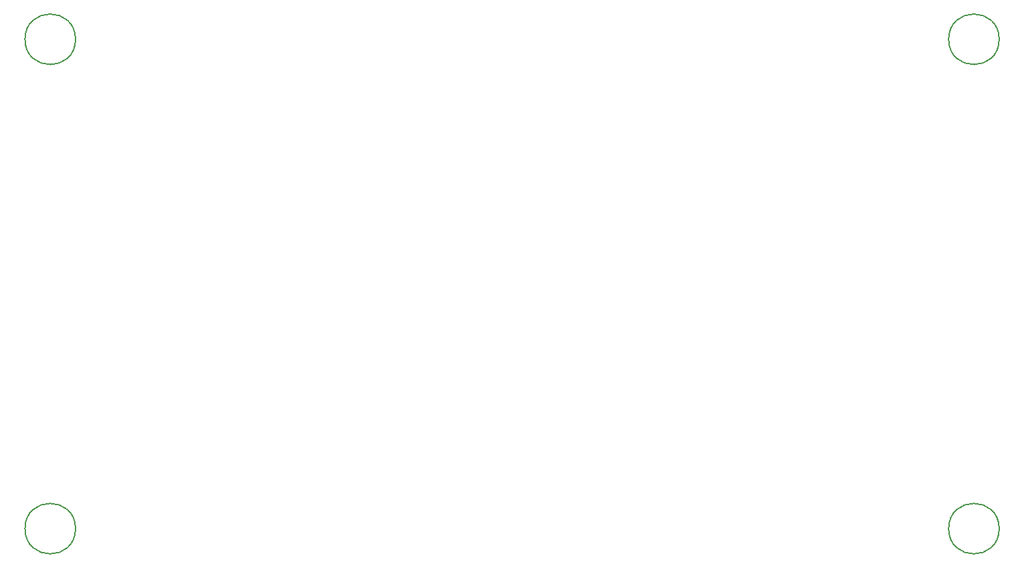
<source format=gbr>
%TF.GenerationSoftware,KiCad,Pcbnew,7.0.9*%
%TF.CreationDate,2024-10-16T13:46:26-06:00*%
%TF.ProjectId,sq_lockin_v9,73715f6c-6f63-46b6-996e-5f76392e6b69,rev?*%
%TF.SameCoordinates,Original*%
%TF.FileFunction,Other,Comment*%
%FSLAX46Y46*%
G04 Gerber Fmt 4.6, Leading zero omitted, Abs format (unit mm)*
G04 Created by KiCad (PCBNEW 7.0.9) date 2024-10-16 13:46:26*
%MOMM*%
%LPD*%
G01*
G04 APERTURE LIST*
%ADD10C,0.150000*%
G04 APERTURE END LIST*
D10*
%TO.C,H2*%
X117200000Y-54000000D02*
G75*
G03*
X117200000Y-54000000I-3200000J0D01*
G01*
%TO.C,H4*%
X117200000Y-116000000D02*
G75*
G03*
X117200000Y-116000000I-3200000J0D01*
G01*
%TO.C,H1*%
X234200000Y-116000000D02*
G75*
G03*
X234200000Y-116000000I-3200000J0D01*
G01*
%TO.C,H3*%
X234200000Y-54000000D02*
G75*
G03*
X234200000Y-54000000I-3200000J0D01*
G01*
%TD*%
M02*

</source>
